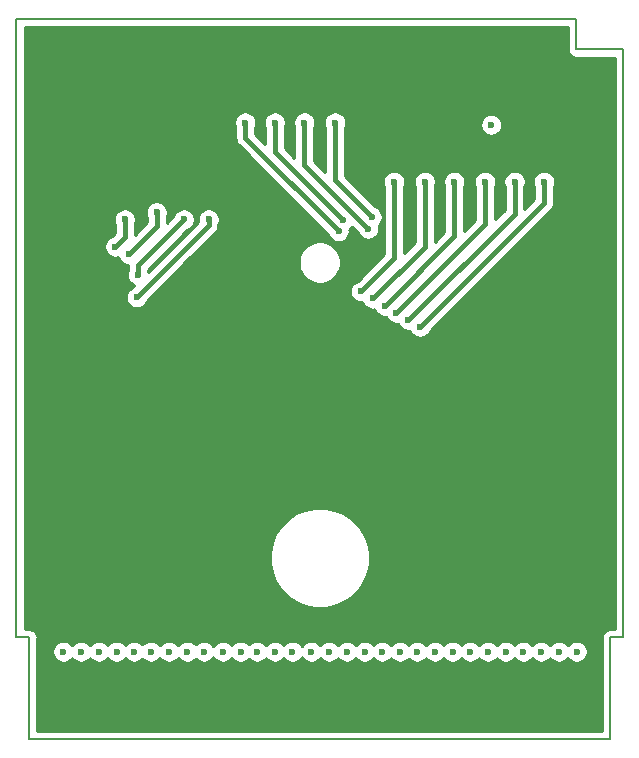
<source format=gbr>
G04 #@! TF.GenerationSoftware,KiCad,Pcbnew,5.1.6-c6e7f7d~86~ubuntu20.04.1*
G04 #@! TF.CreationDate,2020-05-17T16:09:24+03:00*
G04 #@! TF.ProjectId,GB-BRK-CART,47422d42-524b-42d4-9341-52542e6b6963,v4.0*
G04 #@! TF.SameCoordinates,Original*
G04 #@! TF.FileFunction,Copper,L2,Bot*
G04 #@! TF.FilePolarity,Positive*
%FSLAX46Y46*%
G04 Gerber Fmt 4.6, Leading zero omitted, Abs format (unit mm)*
G04 Created by KiCad (PCBNEW 5.1.6-c6e7f7d~86~ubuntu20.04.1) date 2020-05-17 16:09:24*
%MOMM*%
%LPD*%
G01*
G04 APERTURE LIST*
G04 #@! TA.AperFunction,Profile*
%ADD10C,0.150000*%
G04 #@! TD*
G04 #@! TA.AperFunction,ViaPad*
%ADD11C,0.600000*%
G04 #@! TD*
G04 #@! TA.AperFunction,ViaPad*
%ADD12C,1.000000*%
G04 #@! TD*
G04 #@! TA.AperFunction,Conductor*
%ADD13C,0.400000*%
G04 #@! TD*
G04 #@! TA.AperFunction,Conductor*
%ADD14C,0.254000*%
G04 #@! TD*
G04 APERTURE END LIST*
D10*
X121700000Y-39000000D02*
X121700000Y-41600000D01*
X74300000Y-39000000D02*
X121700000Y-39000000D01*
X125700000Y-41600000D02*
X121700000Y-41600000D01*
X74300000Y-91400000D02*
X74300000Y-39000000D01*
X75400000Y-91400000D02*
X74300000Y-91400000D01*
X75400000Y-100000000D02*
X75400000Y-91400000D01*
X125700000Y-91400000D02*
X125700000Y-41600000D01*
X124600000Y-91400000D02*
X125700000Y-91400000D01*
X124600000Y-100000000D02*
X124600000Y-91400000D01*
X75400000Y-100000000D02*
X124600000Y-100000000D01*
D11*
X123400000Y-92600000D03*
D12*
X123400000Y-90200000D03*
X123900000Y-84000000D03*
X120700000Y-68500000D03*
X120300000Y-78300000D03*
X123300000Y-74500000D03*
X123000000Y-63200000D03*
X120300000Y-59000000D03*
X123300000Y-54900000D03*
X122300000Y-48800000D03*
X120300000Y-86100000D03*
X77600000Y-40300000D03*
X100000000Y-40200000D03*
X120200000Y-42900000D03*
D11*
X84300000Y-92600000D03*
X78300000Y-92600000D03*
X82700000Y-58300000D03*
X83500000Y-56000000D03*
X85700000Y-92600000D03*
X87250000Y-92600000D03*
X88800000Y-92600000D03*
X90200000Y-92600000D03*
X101600000Y-57000000D03*
X93700000Y-47800000D03*
X108250000Y-92600000D03*
X91800000Y-92600000D03*
X102006139Y-56086186D03*
X96200000Y-47800000D03*
X109750000Y-92600000D03*
X93300000Y-92600000D03*
X104100000Y-56800000D03*
X98700000Y-47800000D03*
X111250000Y-92600000D03*
X94700000Y-92600000D03*
X104400000Y-55800000D03*
X101300000Y-47800000D03*
X112750000Y-92600000D03*
X96200000Y-92600000D03*
X114250000Y-92600000D03*
X97700000Y-92600000D03*
X115750000Y-92600000D03*
X103500000Y-62100000D03*
X106300000Y-52800000D03*
X99300000Y-92600000D03*
X117250000Y-92600000D03*
X104499994Y-62700000D03*
X108900000Y-52800000D03*
X100800000Y-92600000D03*
X118750000Y-92600000D03*
X105500000Y-63300000D03*
X111400000Y-52800000D03*
X102300000Y-92600000D03*
X106499994Y-63900000D03*
X114000000Y-52800000D03*
X103800000Y-92600000D03*
X121750000Y-92600000D03*
X107507115Y-64507115D03*
X116500000Y-52800000D03*
X105300000Y-92600000D03*
X108500000Y-65100000D03*
X119000000Y-52800000D03*
X106800000Y-92600000D03*
X114520000Y-48000000D03*
X120250000Y-92600000D03*
X90600000Y-56000000D03*
X82800000Y-92600000D03*
X84499996Y-62600000D03*
X88500000Y-56000000D03*
X81300000Y-92600000D03*
X84600000Y-60700000D03*
X79800000Y-92600000D03*
X83847602Y-58952398D03*
X86200000Y-55400000D03*
D13*
X83500000Y-57500000D02*
X82700000Y-58300000D01*
X83500000Y-56000000D02*
X83500000Y-57500000D01*
X93700000Y-47800000D02*
X93700000Y-49100000D01*
X93700000Y-49100000D02*
X101600000Y-57000000D01*
X96200000Y-47800000D02*
X96200000Y-50280047D01*
X96200000Y-50280047D02*
X102006139Y-56086186D01*
X98700000Y-51400000D02*
X104100000Y-56800000D01*
X98700000Y-47800000D02*
X98700000Y-51400000D01*
X101300000Y-52700000D02*
X104400000Y-55800000D01*
X101300000Y-47800000D02*
X101300000Y-52700000D01*
X106300000Y-52800000D02*
X106300000Y-59300000D01*
X106300000Y-59300000D02*
X103500000Y-62100000D01*
X108900000Y-52800000D02*
X108900000Y-58299994D01*
X108900000Y-58299994D02*
X104499994Y-62700000D01*
X111400000Y-52800000D02*
X111400000Y-57400000D01*
X111400000Y-57400000D02*
X105500000Y-63300000D01*
X114000000Y-56399994D02*
X106499994Y-63900000D01*
X114000000Y-52800000D02*
X114000000Y-56399994D01*
X116500000Y-55514230D02*
X107507115Y-64507115D01*
X116500000Y-52800000D02*
X116500000Y-55514230D01*
X108500000Y-65100000D02*
X119000000Y-54600000D01*
X119000000Y-54600000D02*
X119000000Y-52800000D01*
X90600000Y-56499996D02*
X90600000Y-56000000D01*
X84499996Y-62600000D02*
X90600000Y-56499996D01*
X84500000Y-62600000D02*
X84499996Y-62600000D01*
X84600000Y-59900000D02*
X88500000Y-56000000D01*
X84600000Y-60700000D02*
X84600000Y-59900000D01*
X83847602Y-58952398D02*
X86200000Y-56600000D01*
X86200000Y-56600000D02*
X86200000Y-55400000D01*
D14*
G36*
X120990001Y-41565113D02*
G01*
X120986565Y-41600000D01*
X121000273Y-41739184D01*
X121040872Y-41873020D01*
X121106800Y-41996363D01*
X121195525Y-42104475D01*
X121303637Y-42193200D01*
X121426980Y-42259128D01*
X121560816Y-42299727D01*
X121665123Y-42310000D01*
X121700000Y-42313435D01*
X121734877Y-42310000D01*
X124990001Y-42310000D01*
X124990000Y-90690000D01*
X124634877Y-90690000D01*
X124600000Y-90686565D01*
X124565123Y-90690000D01*
X124460816Y-90700273D01*
X124326980Y-90740872D01*
X124203637Y-90806800D01*
X124095525Y-90895525D01*
X124006800Y-91003637D01*
X123940872Y-91126980D01*
X123900273Y-91260816D01*
X123886565Y-91400000D01*
X123890001Y-91434887D01*
X123890000Y-99290000D01*
X76110000Y-99290000D01*
X76110000Y-92507911D01*
X77365000Y-92507911D01*
X77365000Y-92692089D01*
X77400932Y-92872729D01*
X77471414Y-93042889D01*
X77573738Y-93196028D01*
X77703972Y-93326262D01*
X77857111Y-93428586D01*
X78027271Y-93499068D01*
X78207911Y-93535000D01*
X78392089Y-93535000D01*
X78572729Y-93499068D01*
X78742889Y-93428586D01*
X78896028Y-93326262D01*
X79026262Y-93196028D01*
X79050000Y-93160502D01*
X79073738Y-93196028D01*
X79203972Y-93326262D01*
X79357111Y-93428586D01*
X79527271Y-93499068D01*
X79707911Y-93535000D01*
X79892089Y-93535000D01*
X80072729Y-93499068D01*
X80242889Y-93428586D01*
X80396028Y-93326262D01*
X80526262Y-93196028D01*
X80550000Y-93160502D01*
X80573738Y-93196028D01*
X80703972Y-93326262D01*
X80857111Y-93428586D01*
X81027271Y-93499068D01*
X81207911Y-93535000D01*
X81392089Y-93535000D01*
X81572729Y-93499068D01*
X81742889Y-93428586D01*
X81896028Y-93326262D01*
X82026262Y-93196028D01*
X82050000Y-93160502D01*
X82073738Y-93196028D01*
X82203972Y-93326262D01*
X82357111Y-93428586D01*
X82527271Y-93499068D01*
X82707911Y-93535000D01*
X82892089Y-93535000D01*
X83072729Y-93499068D01*
X83242889Y-93428586D01*
X83396028Y-93326262D01*
X83526262Y-93196028D01*
X83550000Y-93160502D01*
X83573738Y-93196028D01*
X83703972Y-93326262D01*
X83857111Y-93428586D01*
X84027271Y-93499068D01*
X84207911Y-93535000D01*
X84392089Y-93535000D01*
X84572729Y-93499068D01*
X84742889Y-93428586D01*
X84896028Y-93326262D01*
X85000000Y-93222290D01*
X85103972Y-93326262D01*
X85257111Y-93428586D01*
X85427271Y-93499068D01*
X85607911Y-93535000D01*
X85792089Y-93535000D01*
X85972729Y-93499068D01*
X86142889Y-93428586D01*
X86296028Y-93326262D01*
X86426262Y-93196028D01*
X86475000Y-93123086D01*
X86523738Y-93196028D01*
X86653972Y-93326262D01*
X86807111Y-93428586D01*
X86977271Y-93499068D01*
X87157911Y-93535000D01*
X87342089Y-93535000D01*
X87522729Y-93499068D01*
X87692889Y-93428586D01*
X87846028Y-93326262D01*
X87976262Y-93196028D01*
X88025000Y-93123086D01*
X88073738Y-93196028D01*
X88203972Y-93326262D01*
X88357111Y-93428586D01*
X88527271Y-93499068D01*
X88707911Y-93535000D01*
X88892089Y-93535000D01*
X89072729Y-93499068D01*
X89242889Y-93428586D01*
X89396028Y-93326262D01*
X89500000Y-93222290D01*
X89603972Y-93326262D01*
X89757111Y-93428586D01*
X89927271Y-93499068D01*
X90107911Y-93535000D01*
X90292089Y-93535000D01*
X90472729Y-93499068D01*
X90642889Y-93428586D01*
X90796028Y-93326262D01*
X90926262Y-93196028D01*
X91000000Y-93085671D01*
X91073738Y-93196028D01*
X91203972Y-93326262D01*
X91357111Y-93428586D01*
X91527271Y-93499068D01*
X91707911Y-93535000D01*
X91892089Y-93535000D01*
X92072729Y-93499068D01*
X92242889Y-93428586D01*
X92396028Y-93326262D01*
X92526262Y-93196028D01*
X92550000Y-93160502D01*
X92573738Y-93196028D01*
X92703972Y-93326262D01*
X92857111Y-93428586D01*
X93027271Y-93499068D01*
X93207911Y-93535000D01*
X93392089Y-93535000D01*
X93572729Y-93499068D01*
X93742889Y-93428586D01*
X93896028Y-93326262D01*
X94000000Y-93222290D01*
X94103972Y-93326262D01*
X94257111Y-93428586D01*
X94427271Y-93499068D01*
X94607911Y-93535000D01*
X94792089Y-93535000D01*
X94972729Y-93499068D01*
X95142889Y-93428586D01*
X95296028Y-93326262D01*
X95426262Y-93196028D01*
X95450000Y-93160502D01*
X95473738Y-93196028D01*
X95603972Y-93326262D01*
X95757111Y-93428586D01*
X95927271Y-93499068D01*
X96107911Y-93535000D01*
X96292089Y-93535000D01*
X96472729Y-93499068D01*
X96642889Y-93428586D01*
X96796028Y-93326262D01*
X96926262Y-93196028D01*
X96950000Y-93160502D01*
X96973738Y-93196028D01*
X97103972Y-93326262D01*
X97257111Y-93428586D01*
X97427271Y-93499068D01*
X97607911Y-93535000D01*
X97792089Y-93535000D01*
X97972729Y-93499068D01*
X98142889Y-93428586D01*
X98296028Y-93326262D01*
X98426262Y-93196028D01*
X98500000Y-93085671D01*
X98573738Y-93196028D01*
X98703972Y-93326262D01*
X98857111Y-93428586D01*
X99027271Y-93499068D01*
X99207911Y-93535000D01*
X99392089Y-93535000D01*
X99572729Y-93499068D01*
X99742889Y-93428586D01*
X99896028Y-93326262D01*
X100026262Y-93196028D01*
X100050000Y-93160502D01*
X100073738Y-93196028D01*
X100203972Y-93326262D01*
X100357111Y-93428586D01*
X100527271Y-93499068D01*
X100707911Y-93535000D01*
X100892089Y-93535000D01*
X101072729Y-93499068D01*
X101242889Y-93428586D01*
X101396028Y-93326262D01*
X101526262Y-93196028D01*
X101550000Y-93160502D01*
X101573738Y-93196028D01*
X101703972Y-93326262D01*
X101857111Y-93428586D01*
X102027271Y-93499068D01*
X102207911Y-93535000D01*
X102392089Y-93535000D01*
X102572729Y-93499068D01*
X102742889Y-93428586D01*
X102896028Y-93326262D01*
X103026262Y-93196028D01*
X103050000Y-93160502D01*
X103073738Y-93196028D01*
X103203972Y-93326262D01*
X103357111Y-93428586D01*
X103527271Y-93499068D01*
X103707911Y-93535000D01*
X103892089Y-93535000D01*
X104072729Y-93499068D01*
X104242889Y-93428586D01*
X104396028Y-93326262D01*
X104526262Y-93196028D01*
X104550000Y-93160502D01*
X104573738Y-93196028D01*
X104703972Y-93326262D01*
X104857111Y-93428586D01*
X105027271Y-93499068D01*
X105207911Y-93535000D01*
X105392089Y-93535000D01*
X105572729Y-93499068D01*
X105742889Y-93428586D01*
X105896028Y-93326262D01*
X106026262Y-93196028D01*
X106050000Y-93160502D01*
X106073738Y-93196028D01*
X106203972Y-93326262D01*
X106357111Y-93428586D01*
X106527271Y-93499068D01*
X106707911Y-93535000D01*
X106892089Y-93535000D01*
X107072729Y-93499068D01*
X107242889Y-93428586D01*
X107396028Y-93326262D01*
X107525000Y-93197290D01*
X107653972Y-93326262D01*
X107807111Y-93428586D01*
X107977271Y-93499068D01*
X108157911Y-93535000D01*
X108342089Y-93535000D01*
X108522729Y-93499068D01*
X108692889Y-93428586D01*
X108846028Y-93326262D01*
X108976262Y-93196028D01*
X109000000Y-93160502D01*
X109023738Y-93196028D01*
X109153972Y-93326262D01*
X109307111Y-93428586D01*
X109477271Y-93499068D01*
X109657911Y-93535000D01*
X109842089Y-93535000D01*
X110022729Y-93499068D01*
X110192889Y-93428586D01*
X110346028Y-93326262D01*
X110476262Y-93196028D01*
X110500000Y-93160502D01*
X110523738Y-93196028D01*
X110653972Y-93326262D01*
X110807111Y-93428586D01*
X110977271Y-93499068D01*
X111157911Y-93535000D01*
X111342089Y-93535000D01*
X111522729Y-93499068D01*
X111692889Y-93428586D01*
X111846028Y-93326262D01*
X111976262Y-93196028D01*
X112000000Y-93160502D01*
X112023738Y-93196028D01*
X112153972Y-93326262D01*
X112307111Y-93428586D01*
X112477271Y-93499068D01*
X112657911Y-93535000D01*
X112842089Y-93535000D01*
X113022729Y-93499068D01*
X113192889Y-93428586D01*
X113346028Y-93326262D01*
X113476262Y-93196028D01*
X113500000Y-93160502D01*
X113523738Y-93196028D01*
X113653972Y-93326262D01*
X113807111Y-93428586D01*
X113977271Y-93499068D01*
X114157911Y-93535000D01*
X114342089Y-93535000D01*
X114522729Y-93499068D01*
X114692889Y-93428586D01*
X114846028Y-93326262D01*
X114976262Y-93196028D01*
X115000000Y-93160502D01*
X115023738Y-93196028D01*
X115153972Y-93326262D01*
X115307111Y-93428586D01*
X115477271Y-93499068D01*
X115657911Y-93535000D01*
X115842089Y-93535000D01*
X116022729Y-93499068D01*
X116192889Y-93428586D01*
X116346028Y-93326262D01*
X116476262Y-93196028D01*
X116500000Y-93160502D01*
X116523738Y-93196028D01*
X116653972Y-93326262D01*
X116807111Y-93428586D01*
X116977271Y-93499068D01*
X117157911Y-93535000D01*
X117342089Y-93535000D01*
X117522729Y-93499068D01*
X117692889Y-93428586D01*
X117846028Y-93326262D01*
X117976262Y-93196028D01*
X118000000Y-93160502D01*
X118023738Y-93196028D01*
X118153972Y-93326262D01*
X118307111Y-93428586D01*
X118477271Y-93499068D01*
X118657911Y-93535000D01*
X118842089Y-93535000D01*
X119022729Y-93499068D01*
X119192889Y-93428586D01*
X119346028Y-93326262D01*
X119476262Y-93196028D01*
X119500000Y-93160502D01*
X119523738Y-93196028D01*
X119653972Y-93326262D01*
X119807111Y-93428586D01*
X119977271Y-93499068D01*
X120157911Y-93535000D01*
X120342089Y-93535000D01*
X120522729Y-93499068D01*
X120692889Y-93428586D01*
X120846028Y-93326262D01*
X120976262Y-93196028D01*
X121000000Y-93160502D01*
X121023738Y-93196028D01*
X121153972Y-93326262D01*
X121307111Y-93428586D01*
X121477271Y-93499068D01*
X121657911Y-93535000D01*
X121842089Y-93535000D01*
X122022729Y-93499068D01*
X122192889Y-93428586D01*
X122346028Y-93326262D01*
X122476262Y-93196028D01*
X122578586Y-93042889D01*
X122649068Y-92872729D01*
X122685000Y-92692089D01*
X122685000Y-92507911D01*
X122649068Y-92327271D01*
X122578586Y-92157111D01*
X122476262Y-92003972D01*
X122346028Y-91873738D01*
X122192889Y-91771414D01*
X122022729Y-91700932D01*
X121842089Y-91665000D01*
X121657911Y-91665000D01*
X121477271Y-91700932D01*
X121307111Y-91771414D01*
X121153972Y-91873738D01*
X121023738Y-92003972D01*
X121000000Y-92039498D01*
X120976262Y-92003972D01*
X120846028Y-91873738D01*
X120692889Y-91771414D01*
X120522729Y-91700932D01*
X120342089Y-91665000D01*
X120157911Y-91665000D01*
X119977271Y-91700932D01*
X119807111Y-91771414D01*
X119653972Y-91873738D01*
X119523738Y-92003972D01*
X119500000Y-92039498D01*
X119476262Y-92003972D01*
X119346028Y-91873738D01*
X119192889Y-91771414D01*
X119022729Y-91700932D01*
X118842089Y-91665000D01*
X118657911Y-91665000D01*
X118477271Y-91700932D01*
X118307111Y-91771414D01*
X118153972Y-91873738D01*
X118023738Y-92003972D01*
X118000000Y-92039498D01*
X117976262Y-92003972D01*
X117846028Y-91873738D01*
X117692889Y-91771414D01*
X117522729Y-91700932D01*
X117342089Y-91665000D01*
X117157911Y-91665000D01*
X116977271Y-91700932D01*
X116807111Y-91771414D01*
X116653972Y-91873738D01*
X116523738Y-92003972D01*
X116500000Y-92039498D01*
X116476262Y-92003972D01*
X116346028Y-91873738D01*
X116192889Y-91771414D01*
X116022729Y-91700932D01*
X115842089Y-91665000D01*
X115657911Y-91665000D01*
X115477271Y-91700932D01*
X115307111Y-91771414D01*
X115153972Y-91873738D01*
X115023738Y-92003972D01*
X115000000Y-92039498D01*
X114976262Y-92003972D01*
X114846028Y-91873738D01*
X114692889Y-91771414D01*
X114522729Y-91700932D01*
X114342089Y-91665000D01*
X114157911Y-91665000D01*
X113977271Y-91700932D01*
X113807111Y-91771414D01*
X113653972Y-91873738D01*
X113523738Y-92003972D01*
X113500000Y-92039498D01*
X113476262Y-92003972D01*
X113346028Y-91873738D01*
X113192889Y-91771414D01*
X113022729Y-91700932D01*
X112842089Y-91665000D01*
X112657911Y-91665000D01*
X112477271Y-91700932D01*
X112307111Y-91771414D01*
X112153972Y-91873738D01*
X112023738Y-92003972D01*
X112000000Y-92039498D01*
X111976262Y-92003972D01*
X111846028Y-91873738D01*
X111692889Y-91771414D01*
X111522729Y-91700932D01*
X111342089Y-91665000D01*
X111157911Y-91665000D01*
X110977271Y-91700932D01*
X110807111Y-91771414D01*
X110653972Y-91873738D01*
X110523738Y-92003972D01*
X110500000Y-92039498D01*
X110476262Y-92003972D01*
X110346028Y-91873738D01*
X110192889Y-91771414D01*
X110022729Y-91700932D01*
X109842089Y-91665000D01*
X109657911Y-91665000D01*
X109477271Y-91700932D01*
X109307111Y-91771414D01*
X109153972Y-91873738D01*
X109023738Y-92003972D01*
X109000000Y-92039498D01*
X108976262Y-92003972D01*
X108846028Y-91873738D01*
X108692889Y-91771414D01*
X108522729Y-91700932D01*
X108342089Y-91665000D01*
X108157911Y-91665000D01*
X107977271Y-91700932D01*
X107807111Y-91771414D01*
X107653972Y-91873738D01*
X107525000Y-92002710D01*
X107396028Y-91873738D01*
X107242889Y-91771414D01*
X107072729Y-91700932D01*
X106892089Y-91665000D01*
X106707911Y-91665000D01*
X106527271Y-91700932D01*
X106357111Y-91771414D01*
X106203972Y-91873738D01*
X106073738Y-92003972D01*
X106050000Y-92039498D01*
X106026262Y-92003972D01*
X105896028Y-91873738D01*
X105742889Y-91771414D01*
X105572729Y-91700932D01*
X105392089Y-91665000D01*
X105207911Y-91665000D01*
X105027271Y-91700932D01*
X104857111Y-91771414D01*
X104703972Y-91873738D01*
X104573738Y-92003972D01*
X104550000Y-92039498D01*
X104526262Y-92003972D01*
X104396028Y-91873738D01*
X104242889Y-91771414D01*
X104072729Y-91700932D01*
X103892089Y-91665000D01*
X103707911Y-91665000D01*
X103527271Y-91700932D01*
X103357111Y-91771414D01*
X103203972Y-91873738D01*
X103073738Y-92003972D01*
X103050000Y-92039498D01*
X103026262Y-92003972D01*
X102896028Y-91873738D01*
X102742889Y-91771414D01*
X102572729Y-91700932D01*
X102392089Y-91665000D01*
X102207911Y-91665000D01*
X102027271Y-91700932D01*
X101857111Y-91771414D01*
X101703972Y-91873738D01*
X101573738Y-92003972D01*
X101550000Y-92039498D01*
X101526262Y-92003972D01*
X101396028Y-91873738D01*
X101242889Y-91771414D01*
X101072729Y-91700932D01*
X100892089Y-91665000D01*
X100707911Y-91665000D01*
X100527271Y-91700932D01*
X100357111Y-91771414D01*
X100203972Y-91873738D01*
X100073738Y-92003972D01*
X100050000Y-92039498D01*
X100026262Y-92003972D01*
X99896028Y-91873738D01*
X99742889Y-91771414D01*
X99572729Y-91700932D01*
X99392089Y-91665000D01*
X99207911Y-91665000D01*
X99027271Y-91700932D01*
X98857111Y-91771414D01*
X98703972Y-91873738D01*
X98573738Y-92003972D01*
X98500000Y-92114329D01*
X98426262Y-92003972D01*
X98296028Y-91873738D01*
X98142889Y-91771414D01*
X97972729Y-91700932D01*
X97792089Y-91665000D01*
X97607911Y-91665000D01*
X97427271Y-91700932D01*
X97257111Y-91771414D01*
X97103972Y-91873738D01*
X96973738Y-92003972D01*
X96950000Y-92039498D01*
X96926262Y-92003972D01*
X96796028Y-91873738D01*
X96642889Y-91771414D01*
X96472729Y-91700932D01*
X96292089Y-91665000D01*
X96107911Y-91665000D01*
X95927271Y-91700932D01*
X95757111Y-91771414D01*
X95603972Y-91873738D01*
X95473738Y-92003972D01*
X95450000Y-92039498D01*
X95426262Y-92003972D01*
X95296028Y-91873738D01*
X95142889Y-91771414D01*
X94972729Y-91700932D01*
X94792089Y-91665000D01*
X94607911Y-91665000D01*
X94427271Y-91700932D01*
X94257111Y-91771414D01*
X94103972Y-91873738D01*
X94000000Y-91977710D01*
X93896028Y-91873738D01*
X93742889Y-91771414D01*
X93572729Y-91700932D01*
X93392089Y-91665000D01*
X93207911Y-91665000D01*
X93027271Y-91700932D01*
X92857111Y-91771414D01*
X92703972Y-91873738D01*
X92573738Y-92003972D01*
X92550000Y-92039498D01*
X92526262Y-92003972D01*
X92396028Y-91873738D01*
X92242889Y-91771414D01*
X92072729Y-91700932D01*
X91892089Y-91665000D01*
X91707911Y-91665000D01*
X91527271Y-91700932D01*
X91357111Y-91771414D01*
X91203972Y-91873738D01*
X91073738Y-92003972D01*
X91000000Y-92114329D01*
X90926262Y-92003972D01*
X90796028Y-91873738D01*
X90642889Y-91771414D01*
X90472729Y-91700932D01*
X90292089Y-91665000D01*
X90107911Y-91665000D01*
X89927271Y-91700932D01*
X89757111Y-91771414D01*
X89603972Y-91873738D01*
X89500000Y-91977710D01*
X89396028Y-91873738D01*
X89242889Y-91771414D01*
X89072729Y-91700932D01*
X88892089Y-91665000D01*
X88707911Y-91665000D01*
X88527271Y-91700932D01*
X88357111Y-91771414D01*
X88203972Y-91873738D01*
X88073738Y-92003972D01*
X88025000Y-92076914D01*
X87976262Y-92003972D01*
X87846028Y-91873738D01*
X87692889Y-91771414D01*
X87522729Y-91700932D01*
X87342089Y-91665000D01*
X87157911Y-91665000D01*
X86977271Y-91700932D01*
X86807111Y-91771414D01*
X86653972Y-91873738D01*
X86523738Y-92003972D01*
X86475000Y-92076914D01*
X86426262Y-92003972D01*
X86296028Y-91873738D01*
X86142889Y-91771414D01*
X85972729Y-91700932D01*
X85792089Y-91665000D01*
X85607911Y-91665000D01*
X85427271Y-91700932D01*
X85257111Y-91771414D01*
X85103972Y-91873738D01*
X85000000Y-91977710D01*
X84896028Y-91873738D01*
X84742889Y-91771414D01*
X84572729Y-91700932D01*
X84392089Y-91665000D01*
X84207911Y-91665000D01*
X84027271Y-91700932D01*
X83857111Y-91771414D01*
X83703972Y-91873738D01*
X83573738Y-92003972D01*
X83550000Y-92039498D01*
X83526262Y-92003972D01*
X83396028Y-91873738D01*
X83242889Y-91771414D01*
X83072729Y-91700932D01*
X82892089Y-91665000D01*
X82707911Y-91665000D01*
X82527271Y-91700932D01*
X82357111Y-91771414D01*
X82203972Y-91873738D01*
X82073738Y-92003972D01*
X82050000Y-92039498D01*
X82026262Y-92003972D01*
X81896028Y-91873738D01*
X81742889Y-91771414D01*
X81572729Y-91700932D01*
X81392089Y-91665000D01*
X81207911Y-91665000D01*
X81027271Y-91700932D01*
X80857111Y-91771414D01*
X80703972Y-91873738D01*
X80573738Y-92003972D01*
X80550000Y-92039498D01*
X80526262Y-92003972D01*
X80396028Y-91873738D01*
X80242889Y-91771414D01*
X80072729Y-91700932D01*
X79892089Y-91665000D01*
X79707911Y-91665000D01*
X79527271Y-91700932D01*
X79357111Y-91771414D01*
X79203972Y-91873738D01*
X79073738Y-92003972D01*
X79050000Y-92039498D01*
X79026262Y-92003972D01*
X78896028Y-91873738D01*
X78742889Y-91771414D01*
X78572729Y-91700932D01*
X78392089Y-91665000D01*
X78207911Y-91665000D01*
X78027271Y-91700932D01*
X77857111Y-91771414D01*
X77703972Y-91873738D01*
X77573738Y-92003972D01*
X77471414Y-92157111D01*
X77400932Y-92327271D01*
X77365000Y-92507911D01*
X76110000Y-92507911D01*
X76110000Y-91434876D01*
X76113435Y-91400000D01*
X76099727Y-91260816D01*
X76059128Y-91126980D01*
X75993200Y-91003637D01*
X75904475Y-90895525D01*
X75796363Y-90806800D01*
X75673020Y-90740872D01*
X75539184Y-90700273D01*
X75434877Y-90690000D01*
X75400000Y-90686565D01*
X75365123Y-90690000D01*
X75010000Y-90690000D01*
X75010000Y-84232889D01*
X95765000Y-84232889D01*
X95765000Y-85067111D01*
X95927749Y-85885304D01*
X96246992Y-86656025D01*
X96710461Y-87349655D01*
X97300345Y-87939539D01*
X97993975Y-88403008D01*
X98764696Y-88722251D01*
X99582889Y-88885000D01*
X100417111Y-88885000D01*
X101235304Y-88722251D01*
X102006025Y-88403008D01*
X102699655Y-87939539D01*
X103289539Y-87349655D01*
X103753008Y-86656025D01*
X104072251Y-85885304D01*
X104235000Y-85067111D01*
X104235000Y-84232889D01*
X104072251Y-83414696D01*
X103753008Y-82643975D01*
X103289539Y-81950345D01*
X102699655Y-81360461D01*
X102006025Y-80896992D01*
X101235304Y-80577749D01*
X100417111Y-80415000D01*
X99582889Y-80415000D01*
X98764696Y-80577749D01*
X97993975Y-80896992D01*
X97300345Y-81360461D01*
X96710461Y-81950345D01*
X96246992Y-82643975D01*
X95927749Y-83414696D01*
X95765000Y-84232889D01*
X75010000Y-84232889D01*
X75010000Y-58207911D01*
X81765000Y-58207911D01*
X81765000Y-58392089D01*
X81800932Y-58572729D01*
X81871414Y-58742889D01*
X81973738Y-58896028D01*
X82103972Y-59026262D01*
X82257111Y-59128586D01*
X82427271Y-59199068D01*
X82607911Y-59235000D01*
X82792089Y-59235000D01*
X82944469Y-59204689D01*
X82948534Y-59225127D01*
X83019016Y-59395287D01*
X83121340Y-59548426D01*
X83251574Y-59678660D01*
X83404713Y-59780984D01*
X83574873Y-59851466D01*
X83755513Y-59887398D01*
X83762201Y-59887398D01*
X83760960Y-59900000D01*
X83765000Y-59941018D01*
X83765000Y-60272596D01*
X83700932Y-60427271D01*
X83665000Y-60607911D01*
X83665000Y-60792089D01*
X83700932Y-60972729D01*
X83771414Y-61142889D01*
X83873738Y-61296028D01*
X84003972Y-61426262D01*
X84157111Y-61528586D01*
X84322173Y-61596956D01*
X84211784Y-61707345D01*
X84057107Y-61771414D01*
X83903968Y-61873738D01*
X83773734Y-62003972D01*
X83671410Y-62157111D01*
X83600928Y-62327271D01*
X83564996Y-62507911D01*
X83564996Y-62692089D01*
X83600928Y-62872729D01*
X83671410Y-63042889D01*
X83773734Y-63196028D01*
X83903968Y-63326262D01*
X84057107Y-63428586D01*
X84227267Y-63499068D01*
X84407907Y-63535000D01*
X84592085Y-63535000D01*
X84772725Y-63499068D01*
X84942885Y-63428586D01*
X85096024Y-63326262D01*
X85226258Y-63196028D01*
X85328582Y-63042889D01*
X85392651Y-62888212D01*
X86272952Y-62007911D01*
X102565000Y-62007911D01*
X102565000Y-62192089D01*
X102600932Y-62372729D01*
X102671414Y-62542889D01*
X102773738Y-62696028D01*
X102903972Y-62826262D01*
X103057111Y-62928586D01*
X103227271Y-62999068D01*
X103407911Y-63035000D01*
X103592089Y-63035000D01*
X103624083Y-63028636D01*
X103671408Y-63142889D01*
X103773732Y-63296028D01*
X103903966Y-63426262D01*
X104057105Y-63528586D01*
X104227265Y-63599068D01*
X104407905Y-63635000D01*
X104592083Y-63635000D01*
X104624088Y-63628634D01*
X104671414Y-63742889D01*
X104773738Y-63896028D01*
X104903972Y-64026262D01*
X105057111Y-64128586D01*
X105227271Y-64199068D01*
X105407911Y-64235000D01*
X105592089Y-64235000D01*
X105624083Y-64228636D01*
X105671408Y-64342889D01*
X105773732Y-64496028D01*
X105903966Y-64626262D01*
X106057105Y-64728586D01*
X106227265Y-64799068D01*
X106407905Y-64835000D01*
X106592083Y-64835000D01*
X106627939Y-64827868D01*
X106678529Y-64950004D01*
X106780853Y-65103143D01*
X106911087Y-65233377D01*
X107064226Y-65335701D01*
X107234386Y-65406183D01*
X107415026Y-65442115D01*
X107599204Y-65442115D01*
X107627353Y-65436516D01*
X107671414Y-65542889D01*
X107773738Y-65696028D01*
X107903972Y-65826262D01*
X108057111Y-65928586D01*
X108227271Y-65999068D01*
X108407911Y-66035000D01*
X108592089Y-66035000D01*
X108772729Y-65999068D01*
X108942889Y-65928586D01*
X109096028Y-65826262D01*
X109226262Y-65696028D01*
X109328586Y-65542889D01*
X109392655Y-65388212D01*
X119561428Y-55219440D01*
X119593291Y-55193291D01*
X119697636Y-55066146D01*
X119775172Y-54921087D01*
X119822918Y-54763689D01*
X119835000Y-54641019D01*
X119835000Y-54641009D01*
X119839039Y-54600001D01*
X119835000Y-54558993D01*
X119835000Y-53227404D01*
X119899068Y-53072729D01*
X119935000Y-52892089D01*
X119935000Y-52707911D01*
X119899068Y-52527271D01*
X119828586Y-52357111D01*
X119726262Y-52203972D01*
X119596028Y-52073738D01*
X119442889Y-51971414D01*
X119272729Y-51900932D01*
X119092089Y-51865000D01*
X118907911Y-51865000D01*
X118727271Y-51900932D01*
X118557111Y-51971414D01*
X118403972Y-52073738D01*
X118273738Y-52203972D01*
X118171414Y-52357111D01*
X118100932Y-52527271D01*
X118065000Y-52707911D01*
X118065000Y-52892089D01*
X118100932Y-53072729D01*
X118165001Y-53227406D01*
X118165000Y-54254132D01*
X117335000Y-55084132D01*
X117335000Y-53227404D01*
X117399068Y-53072729D01*
X117435000Y-52892089D01*
X117435000Y-52707911D01*
X117399068Y-52527271D01*
X117328586Y-52357111D01*
X117226262Y-52203972D01*
X117096028Y-52073738D01*
X116942889Y-51971414D01*
X116772729Y-51900932D01*
X116592089Y-51865000D01*
X116407911Y-51865000D01*
X116227271Y-51900932D01*
X116057111Y-51971414D01*
X115903972Y-52073738D01*
X115773738Y-52203972D01*
X115671414Y-52357111D01*
X115600932Y-52527271D01*
X115565000Y-52707911D01*
X115565000Y-52892089D01*
X115600932Y-53072729D01*
X115665000Y-53227405D01*
X115665001Y-55168360D01*
X114835000Y-55998361D01*
X114835000Y-53227404D01*
X114899068Y-53072729D01*
X114935000Y-52892089D01*
X114935000Y-52707911D01*
X114899068Y-52527271D01*
X114828586Y-52357111D01*
X114726262Y-52203972D01*
X114596028Y-52073738D01*
X114442889Y-51971414D01*
X114272729Y-51900932D01*
X114092089Y-51865000D01*
X113907911Y-51865000D01*
X113727271Y-51900932D01*
X113557111Y-51971414D01*
X113403972Y-52073738D01*
X113273738Y-52203972D01*
X113171414Y-52357111D01*
X113100932Y-52527271D01*
X113065000Y-52707911D01*
X113065000Y-52892089D01*
X113100932Y-53072729D01*
X113165000Y-53227404D01*
X113165001Y-56054125D01*
X112235000Y-56984126D01*
X112235000Y-53227404D01*
X112299068Y-53072729D01*
X112335000Y-52892089D01*
X112335000Y-52707911D01*
X112299068Y-52527271D01*
X112228586Y-52357111D01*
X112126262Y-52203972D01*
X111996028Y-52073738D01*
X111842889Y-51971414D01*
X111672729Y-51900932D01*
X111492089Y-51865000D01*
X111307911Y-51865000D01*
X111127271Y-51900932D01*
X110957111Y-51971414D01*
X110803972Y-52073738D01*
X110673738Y-52203972D01*
X110571414Y-52357111D01*
X110500932Y-52527271D01*
X110465000Y-52707911D01*
X110465000Y-52892089D01*
X110500932Y-53072729D01*
X110565000Y-53227404D01*
X110565001Y-57054131D01*
X109735000Y-57884132D01*
X109735000Y-53227404D01*
X109799068Y-53072729D01*
X109835000Y-52892089D01*
X109835000Y-52707911D01*
X109799068Y-52527271D01*
X109728586Y-52357111D01*
X109626262Y-52203972D01*
X109496028Y-52073738D01*
X109342889Y-51971414D01*
X109172729Y-51900932D01*
X108992089Y-51865000D01*
X108807911Y-51865000D01*
X108627271Y-51900932D01*
X108457111Y-51971414D01*
X108303972Y-52073738D01*
X108173738Y-52203972D01*
X108071414Y-52357111D01*
X108000932Y-52527271D01*
X107965000Y-52707911D01*
X107965000Y-52892089D01*
X108000932Y-53072729D01*
X108065000Y-53227404D01*
X108065001Y-57954125D01*
X107135000Y-58884126D01*
X107135000Y-53227404D01*
X107199068Y-53072729D01*
X107235000Y-52892089D01*
X107235000Y-52707911D01*
X107199068Y-52527271D01*
X107128586Y-52357111D01*
X107026262Y-52203972D01*
X106896028Y-52073738D01*
X106742889Y-51971414D01*
X106572729Y-51900932D01*
X106392089Y-51865000D01*
X106207911Y-51865000D01*
X106027271Y-51900932D01*
X105857111Y-51971414D01*
X105703972Y-52073738D01*
X105573738Y-52203972D01*
X105471414Y-52357111D01*
X105400932Y-52527271D01*
X105365000Y-52707911D01*
X105365000Y-52892089D01*
X105400932Y-53072729D01*
X105465000Y-53227404D01*
X105465001Y-58954131D01*
X103211787Y-61207345D01*
X103057111Y-61271414D01*
X102903972Y-61373738D01*
X102773738Y-61503972D01*
X102671414Y-61657111D01*
X102600932Y-61827271D01*
X102565000Y-62007911D01*
X86272952Y-62007911D01*
X88806670Y-59474193D01*
X98215000Y-59474193D01*
X98215000Y-59825807D01*
X98283596Y-60170665D01*
X98418153Y-60495515D01*
X98613500Y-60787871D01*
X98862129Y-61036500D01*
X99154485Y-61231847D01*
X99479335Y-61366404D01*
X99824193Y-61435000D01*
X100175807Y-61435000D01*
X100520665Y-61366404D01*
X100845515Y-61231847D01*
X101137871Y-61036500D01*
X101386500Y-60787871D01*
X101581847Y-60495515D01*
X101716404Y-60170665D01*
X101785000Y-59825807D01*
X101785000Y-59474193D01*
X101716404Y-59129335D01*
X101581847Y-58804485D01*
X101386500Y-58512129D01*
X101137871Y-58263500D01*
X100845515Y-58068153D01*
X100520665Y-57933596D01*
X100175807Y-57865000D01*
X99824193Y-57865000D01*
X99479335Y-57933596D01*
X99154485Y-58068153D01*
X98862129Y-58263500D01*
X98613500Y-58512129D01*
X98418153Y-58804485D01*
X98283596Y-59129335D01*
X98215000Y-59474193D01*
X88806670Y-59474193D01*
X91161428Y-57119436D01*
X91193291Y-57093287D01*
X91297636Y-56966142D01*
X91375172Y-56821083D01*
X91422918Y-56663685D01*
X91435000Y-56541015D01*
X91435000Y-56541005D01*
X91439039Y-56499997D01*
X91435000Y-56458989D01*
X91435000Y-56427404D01*
X91499068Y-56272729D01*
X91535000Y-56092089D01*
X91535000Y-55907911D01*
X91499068Y-55727271D01*
X91428586Y-55557111D01*
X91326262Y-55403972D01*
X91196028Y-55273738D01*
X91042889Y-55171414D01*
X90872729Y-55100932D01*
X90692089Y-55065000D01*
X90507911Y-55065000D01*
X90327271Y-55100932D01*
X90157111Y-55171414D01*
X90003972Y-55273738D01*
X89873738Y-55403972D01*
X89771414Y-55557111D01*
X89700932Y-55727271D01*
X89665000Y-55907911D01*
X89665000Y-56092089D01*
X89691884Y-56227244D01*
X85496956Y-60422173D01*
X85435000Y-60272596D01*
X85435000Y-60245867D01*
X88788215Y-56892653D01*
X88942889Y-56828586D01*
X89096028Y-56726262D01*
X89226262Y-56596028D01*
X89328586Y-56442889D01*
X89399068Y-56272729D01*
X89435000Y-56092089D01*
X89435000Y-55907911D01*
X89399068Y-55727271D01*
X89328586Y-55557111D01*
X89226262Y-55403972D01*
X89096028Y-55273738D01*
X88942889Y-55171414D01*
X88772729Y-55100932D01*
X88592089Y-55065000D01*
X88407911Y-55065000D01*
X88227271Y-55100932D01*
X88057111Y-55171414D01*
X87903972Y-55273738D01*
X87773738Y-55403972D01*
X87671414Y-55557111D01*
X87607347Y-55711785D01*
X87035000Y-56284131D01*
X87035000Y-55827404D01*
X87099068Y-55672729D01*
X87135000Y-55492089D01*
X87135000Y-55307911D01*
X87099068Y-55127271D01*
X87028586Y-54957111D01*
X86926262Y-54803972D01*
X86796028Y-54673738D01*
X86642889Y-54571414D01*
X86472729Y-54500932D01*
X86292089Y-54465000D01*
X86107911Y-54465000D01*
X85927271Y-54500932D01*
X85757111Y-54571414D01*
X85603972Y-54673738D01*
X85473738Y-54803972D01*
X85371414Y-54957111D01*
X85300932Y-55127271D01*
X85265000Y-55307911D01*
X85265000Y-55492089D01*
X85300932Y-55672729D01*
X85365001Y-55827406D01*
X85365000Y-56254132D01*
X84335000Y-57284133D01*
X84335000Y-56427404D01*
X84399068Y-56272729D01*
X84435000Y-56092089D01*
X84435000Y-55907911D01*
X84399068Y-55727271D01*
X84328586Y-55557111D01*
X84226262Y-55403972D01*
X84096028Y-55273738D01*
X83942889Y-55171414D01*
X83772729Y-55100932D01*
X83592089Y-55065000D01*
X83407911Y-55065000D01*
X83227271Y-55100932D01*
X83057111Y-55171414D01*
X82903972Y-55273738D01*
X82773738Y-55403972D01*
X82671414Y-55557111D01*
X82600932Y-55727271D01*
X82565000Y-55907911D01*
X82565000Y-56092089D01*
X82600932Y-56272729D01*
X82665000Y-56427405D01*
X82665001Y-57154131D01*
X82411786Y-57407346D01*
X82257111Y-57471414D01*
X82103972Y-57573738D01*
X81973738Y-57703972D01*
X81871414Y-57857111D01*
X81800932Y-58027271D01*
X81765000Y-58207911D01*
X75010000Y-58207911D01*
X75010000Y-47707911D01*
X92765000Y-47707911D01*
X92765000Y-47892089D01*
X92800932Y-48072729D01*
X92865000Y-48227405D01*
X92865001Y-49058972D01*
X92860960Y-49100000D01*
X92877082Y-49263688D01*
X92924828Y-49421086D01*
X93002364Y-49566145D01*
X93002365Y-49566146D01*
X93106710Y-49693291D01*
X93138574Y-49719441D01*
X100707346Y-57288214D01*
X100771414Y-57442889D01*
X100873738Y-57596028D01*
X101003972Y-57726262D01*
X101157111Y-57828586D01*
X101327271Y-57899068D01*
X101507911Y-57935000D01*
X101692089Y-57935000D01*
X101872729Y-57899068D01*
X102042889Y-57828586D01*
X102196028Y-57726262D01*
X102326262Y-57596028D01*
X102428586Y-57442889D01*
X102499068Y-57272729D01*
X102535000Y-57092089D01*
X102535000Y-56907911D01*
X102526119Y-56863262D01*
X102602167Y-56812448D01*
X102732401Y-56682214D01*
X102760017Y-56640884D01*
X103207346Y-57088214D01*
X103271414Y-57242889D01*
X103373738Y-57396028D01*
X103503972Y-57526262D01*
X103657111Y-57628586D01*
X103827271Y-57699068D01*
X104007911Y-57735000D01*
X104192089Y-57735000D01*
X104372729Y-57699068D01*
X104542889Y-57628586D01*
X104696028Y-57526262D01*
X104826262Y-57396028D01*
X104928586Y-57242889D01*
X104999068Y-57072729D01*
X105035000Y-56892089D01*
X105035000Y-56707911D01*
X104999068Y-56527271D01*
X104997882Y-56524408D01*
X105126262Y-56396028D01*
X105228586Y-56242889D01*
X105299068Y-56072729D01*
X105335000Y-55892089D01*
X105335000Y-55707911D01*
X105299068Y-55527271D01*
X105228586Y-55357111D01*
X105126262Y-55203972D01*
X104996028Y-55073738D01*
X104842889Y-54971414D01*
X104688214Y-54907346D01*
X102135000Y-52354133D01*
X102135000Y-48227404D01*
X102199068Y-48072729D01*
X102231852Y-47907911D01*
X113585000Y-47907911D01*
X113585000Y-48092089D01*
X113620932Y-48272729D01*
X113691414Y-48442889D01*
X113793738Y-48596028D01*
X113923972Y-48726262D01*
X114077111Y-48828586D01*
X114247271Y-48899068D01*
X114427911Y-48935000D01*
X114612089Y-48935000D01*
X114792729Y-48899068D01*
X114962889Y-48828586D01*
X115116028Y-48726262D01*
X115246262Y-48596028D01*
X115348586Y-48442889D01*
X115419068Y-48272729D01*
X115455000Y-48092089D01*
X115455000Y-47907911D01*
X115419068Y-47727271D01*
X115348586Y-47557111D01*
X115246262Y-47403972D01*
X115116028Y-47273738D01*
X114962889Y-47171414D01*
X114792729Y-47100932D01*
X114612089Y-47065000D01*
X114427911Y-47065000D01*
X114247271Y-47100932D01*
X114077111Y-47171414D01*
X113923972Y-47273738D01*
X113793738Y-47403972D01*
X113691414Y-47557111D01*
X113620932Y-47727271D01*
X113585000Y-47907911D01*
X102231852Y-47907911D01*
X102235000Y-47892089D01*
X102235000Y-47707911D01*
X102199068Y-47527271D01*
X102128586Y-47357111D01*
X102026262Y-47203972D01*
X101896028Y-47073738D01*
X101742889Y-46971414D01*
X101572729Y-46900932D01*
X101392089Y-46865000D01*
X101207911Y-46865000D01*
X101027271Y-46900932D01*
X100857111Y-46971414D01*
X100703972Y-47073738D01*
X100573738Y-47203972D01*
X100471414Y-47357111D01*
X100400932Y-47527271D01*
X100365000Y-47707911D01*
X100365000Y-47892089D01*
X100400932Y-48072729D01*
X100465000Y-48227404D01*
X100465001Y-51984134D01*
X99535000Y-51054133D01*
X99535000Y-48227404D01*
X99599068Y-48072729D01*
X99635000Y-47892089D01*
X99635000Y-47707911D01*
X99599068Y-47527271D01*
X99528586Y-47357111D01*
X99426262Y-47203972D01*
X99296028Y-47073738D01*
X99142889Y-46971414D01*
X98972729Y-46900932D01*
X98792089Y-46865000D01*
X98607911Y-46865000D01*
X98427271Y-46900932D01*
X98257111Y-46971414D01*
X98103972Y-47073738D01*
X97973738Y-47203972D01*
X97871414Y-47357111D01*
X97800932Y-47527271D01*
X97765000Y-47707911D01*
X97765000Y-47892089D01*
X97800932Y-48072729D01*
X97865000Y-48227404D01*
X97865001Y-50764180D01*
X97035000Y-49934180D01*
X97035000Y-48227404D01*
X97099068Y-48072729D01*
X97135000Y-47892089D01*
X97135000Y-47707911D01*
X97099068Y-47527271D01*
X97028586Y-47357111D01*
X96926262Y-47203972D01*
X96796028Y-47073738D01*
X96642889Y-46971414D01*
X96472729Y-46900932D01*
X96292089Y-46865000D01*
X96107911Y-46865000D01*
X95927271Y-46900932D01*
X95757111Y-46971414D01*
X95603972Y-47073738D01*
X95473738Y-47203972D01*
X95371414Y-47357111D01*
X95300932Y-47527271D01*
X95265000Y-47707911D01*
X95265000Y-47892089D01*
X95300932Y-48072729D01*
X95365000Y-48227405D01*
X95365001Y-49584134D01*
X94535000Y-48754133D01*
X94535000Y-48227404D01*
X94599068Y-48072729D01*
X94635000Y-47892089D01*
X94635000Y-47707911D01*
X94599068Y-47527271D01*
X94528586Y-47357111D01*
X94426262Y-47203972D01*
X94296028Y-47073738D01*
X94142889Y-46971414D01*
X93972729Y-46900932D01*
X93792089Y-46865000D01*
X93607911Y-46865000D01*
X93427271Y-46900932D01*
X93257111Y-46971414D01*
X93103972Y-47073738D01*
X92973738Y-47203972D01*
X92871414Y-47357111D01*
X92800932Y-47527271D01*
X92765000Y-47707911D01*
X75010000Y-47707911D01*
X75010000Y-39710000D01*
X120990000Y-39710000D01*
X120990001Y-41565113D01*
G37*
X120990001Y-41565113D02*
X120986565Y-41600000D01*
X121000273Y-41739184D01*
X121040872Y-41873020D01*
X121106800Y-41996363D01*
X121195525Y-42104475D01*
X121303637Y-42193200D01*
X121426980Y-42259128D01*
X121560816Y-42299727D01*
X121665123Y-42310000D01*
X121700000Y-42313435D01*
X121734877Y-42310000D01*
X124990001Y-42310000D01*
X124990000Y-90690000D01*
X124634877Y-90690000D01*
X124600000Y-90686565D01*
X124565123Y-90690000D01*
X124460816Y-90700273D01*
X124326980Y-90740872D01*
X124203637Y-90806800D01*
X124095525Y-90895525D01*
X124006800Y-91003637D01*
X123940872Y-91126980D01*
X123900273Y-91260816D01*
X123886565Y-91400000D01*
X123890001Y-91434887D01*
X123890000Y-99290000D01*
X76110000Y-99290000D01*
X76110000Y-92507911D01*
X77365000Y-92507911D01*
X77365000Y-92692089D01*
X77400932Y-92872729D01*
X77471414Y-93042889D01*
X77573738Y-93196028D01*
X77703972Y-93326262D01*
X77857111Y-93428586D01*
X78027271Y-93499068D01*
X78207911Y-93535000D01*
X78392089Y-93535000D01*
X78572729Y-93499068D01*
X78742889Y-93428586D01*
X78896028Y-93326262D01*
X79026262Y-93196028D01*
X79050000Y-93160502D01*
X79073738Y-93196028D01*
X79203972Y-93326262D01*
X79357111Y-93428586D01*
X79527271Y-93499068D01*
X79707911Y-93535000D01*
X79892089Y-93535000D01*
X80072729Y-93499068D01*
X80242889Y-93428586D01*
X80396028Y-93326262D01*
X80526262Y-93196028D01*
X80550000Y-93160502D01*
X80573738Y-93196028D01*
X80703972Y-93326262D01*
X80857111Y-93428586D01*
X81027271Y-93499068D01*
X81207911Y-93535000D01*
X81392089Y-93535000D01*
X81572729Y-93499068D01*
X81742889Y-93428586D01*
X81896028Y-93326262D01*
X82026262Y-93196028D01*
X82050000Y-93160502D01*
X82073738Y-93196028D01*
X82203972Y-93326262D01*
X82357111Y-93428586D01*
X82527271Y-93499068D01*
X82707911Y-93535000D01*
X82892089Y-93535000D01*
X83072729Y-93499068D01*
X83242889Y-93428586D01*
X83396028Y-93326262D01*
X83526262Y-93196028D01*
X83550000Y-93160502D01*
X83573738Y-93196028D01*
X83703972Y-93326262D01*
X83857111Y-93428586D01*
X84027271Y-93499068D01*
X84207911Y-93535000D01*
X84392089Y-93535000D01*
X84572729Y-93499068D01*
X84742889Y-93428586D01*
X84896028Y-93326262D01*
X85000000Y-93222290D01*
X85103972Y-93326262D01*
X85257111Y-93428586D01*
X85427271Y-93499068D01*
X85607911Y-93535000D01*
X85792089Y-93535000D01*
X85972729Y-93499068D01*
X86142889Y-93428586D01*
X86296028Y-93326262D01*
X86426262Y-93196028D01*
X86475000Y-93123086D01*
X86523738Y-93196028D01*
X86653972Y-93326262D01*
X86807111Y-93428586D01*
X86977271Y-93499068D01*
X87157911Y-93535000D01*
X87342089Y-93535000D01*
X87522729Y-93499068D01*
X87692889Y-93428586D01*
X87846028Y-93326262D01*
X87976262Y-93196028D01*
X88025000Y-93123086D01*
X88073738Y-93196028D01*
X88203972Y-93326262D01*
X88357111Y-93428586D01*
X88527271Y-93499068D01*
X88707911Y-93535000D01*
X88892089Y-93535000D01*
X89072729Y-93499068D01*
X89242889Y-93428586D01*
X89396028Y-93326262D01*
X89500000Y-93222290D01*
X89603972Y-93326262D01*
X89757111Y-93428586D01*
X89927271Y-93499068D01*
X90107911Y-93535000D01*
X90292089Y-93535000D01*
X90472729Y-93499068D01*
X90642889Y-93428586D01*
X90796028Y-93326262D01*
X90926262Y-93196028D01*
X91000000Y-93085671D01*
X91073738Y-93196028D01*
X91203972Y-93326262D01*
X91357111Y-93428586D01*
X91527271Y-93499068D01*
X91707911Y-93535000D01*
X91892089Y-93535000D01*
X92072729Y-93499068D01*
X92242889Y-93428586D01*
X92396028Y-93326262D01*
X92526262Y-93196028D01*
X92550000Y-93160502D01*
X92573738Y-93196028D01*
X92703972Y-93326262D01*
X92857111Y-93428586D01*
X93027271Y-93499068D01*
X93207911Y-93535000D01*
X93392089Y-93535000D01*
X93572729Y-93499068D01*
X93742889Y-93428586D01*
X93896028Y-93326262D01*
X94000000Y-93222290D01*
X94103972Y-93326262D01*
X94257111Y-93428586D01*
X94427271Y-93499068D01*
X94607911Y-93535000D01*
X94792089Y-93535000D01*
X94972729Y-93499068D01*
X95142889Y-93428586D01*
X95296028Y-93326262D01*
X95426262Y-93196028D01*
X95450000Y-93160502D01*
X95473738Y-93196028D01*
X95603972Y-93326262D01*
X95757111Y-93428586D01*
X95927271Y-93499068D01*
X96107911Y-93535000D01*
X96292089Y-93535000D01*
X96472729Y-93499068D01*
X96642889Y-93428586D01*
X96796028Y-93326262D01*
X96926262Y-93196028D01*
X96950000Y-93160502D01*
X96973738Y-93196028D01*
X97103972Y-93326262D01*
X97257111Y-93428586D01*
X97427271Y-93499068D01*
X97607911Y-93535000D01*
X97792089Y-93535000D01*
X97972729Y-93499068D01*
X98142889Y-93428586D01*
X98296028Y-93326262D01*
X98426262Y-93196028D01*
X98500000Y-93085671D01*
X98573738Y-93196028D01*
X98703972Y-93326262D01*
X98857111Y-93428586D01*
X99027271Y-93499068D01*
X99207911Y-93535000D01*
X99392089Y-93535000D01*
X99572729Y-93499068D01*
X99742889Y-93428586D01*
X99896028Y-93326262D01*
X100026262Y-93196028D01*
X100050000Y-93160502D01*
X100073738Y-93196028D01*
X100203972Y-93326262D01*
X100357111Y-93428586D01*
X100527271Y-93499068D01*
X100707911Y-93535000D01*
X100892089Y-93535000D01*
X101072729Y-93499068D01*
X101242889Y-93428586D01*
X101396028Y-93326262D01*
X101526262Y-93196028D01*
X101550000Y-93160502D01*
X101573738Y-93196028D01*
X101703972Y-93326262D01*
X101857111Y-93428586D01*
X102027271Y-93499068D01*
X102207911Y-93535000D01*
X102392089Y-93535000D01*
X102572729Y-93499068D01*
X102742889Y-93428586D01*
X102896028Y-93326262D01*
X103026262Y-93196028D01*
X103050000Y-93160502D01*
X103073738Y-93196028D01*
X103203972Y-93326262D01*
X103357111Y-93428586D01*
X103527271Y-93499068D01*
X103707911Y-93535000D01*
X103892089Y-93535000D01*
X104072729Y-93499068D01*
X104242889Y-93428586D01*
X104396028Y-93326262D01*
X104526262Y-93196028D01*
X104550000Y-93160502D01*
X104573738Y-93196028D01*
X104703972Y-93326262D01*
X104857111Y-93428586D01*
X105027271Y-93499068D01*
X105207911Y-93535000D01*
X105392089Y-93535000D01*
X105572729Y-93499068D01*
X105742889Y-93428586D01*
X105896028Y-93326262D01*
X106026262Y-93196028D01*
X106050000Y-93160502D01*
X106073738Y-93196028D01*
X106203972Y-93326262D01*
X106357111Y-93428586D01*
X106527271Y-93499068D01*
X106707911Y-93535000D01*
X106892089Y-93535000D01*
X107072729Y-93499068D01*
X107242889Y-93428586D01*
X107396028Y-93326262D01*
X107525000Y-93197290D01*
X107653972Y-93326262D01*
X107807111Y-93428586D01*
X107977271Y-93499068D01*
X108157911Y-93535000D01*
X108342089Y-93535000D01*
X108522729Y-93499068D01*
X108692889Y-93428586D01*
X108846028Y-93326262D01*
X108976262Y-93196028D01*
X109000000Y-93160502D01*
X109023738Y-93196028D01*
X109153972Y-93326262D01*
X109307111Y-93428586D01*
X109477271Y-93499068D01*
X109657911Y-93535000D01*
X109842089Y-93535000D01*
X110022729Y-93499068D01*
X110192889Y-93428586D01*
X110346028Y-93326262D01*
X110476262Y-93196028D01*
X110500000Y-93160502D01*
X110523738Y-93196028D01*
X110653972Y-93326262D01*
X110807111Y-93428586D01*
X110977271Y-93499068D01*
X111157911Y-93535000D01*
X111342089Y-93535000D01*
X111522729Y-93499068D01*
X111692889Y-93428586D01*
X111846028Y-93326262D01*
X111976262Y-93196028D01*
X112000000Y-93160502D01*
X112023738Y-93196028D01*
X112153972Y-93326262D01*
X112307111Y-93428586D01*
X112477271Y-93499068D01*
X112657911Y-93535000D01*
X112842089Y-93535000D01*
X113022729Y-93499068D01*
X113192889Y-93428586D01*
X113346028Y-93326262D01*
X113476262Y-93196028D01*
X113500000Y-93160502D01*
X113523738Y-93196028D01*
X113653972Y-93326262D01*
X113807111Y-93428586D01*
X113977271Y-93499068D01*
X114157911Y-93535000D01*
X114342089Y-93535000D01*
X114522729Y-93499068D01*
X114692889Y-93428586D01*
X114846028Y-93326262D01*
X114976262Y-93196028D01*
X115000000Y-93160502D01*
X115023738Y-93196028D01*
X115153972Y-93326262D01*
X115307111Y-93428586D01*
X115477271Y-93499068D01*
X115657911Y-93535000D01*
X115842089Y-93535000D01*
X116022729Y-93499068D01*
X116192889Y-93428586D01*
X116346028Y-93326262D01*
X116476262Y-93196028D01*
X116500000Y-93160502D01*
X116523738Y-93196028D01*
X116653972Y-93326262D01*
X116807111Y-93428586D01*
X116977271Y-93499068D01*
X117157911Y-93535000D01*
X117342089Y-93535000D01*
X117522729Y-93499068D01*
X117692889Y-93428586D01*
X117846028Y-93326262D01*
X117976262Y-93196028D01*
X118000000Y-93160502D01*
X118023738Y-93196028D01*
X118153972Y-93326262D01*
X118307111Y-93428586D01*
X118477271Y-93499068D01*
X118657911Y-93535000D01*
X118842089Y-93535000D01*
X119022729Y-93499068D01*
X119192889Y-93428586D01*
X119346028Y-93326262D01*
X119476262Y-93196028D01*
X119500000Y-93160502D01*
X119523738Y-93196028D01*
X119653972Y-93326262D01*
X119807111Y-93428586D01*
X119977271Y-93499068D01*
X120157911Y-93535000D01*
X120342089Y-93535000D01*
X120522729Y-93499068D01*
X120692889Y-93428586D01*
X120846028Y-93326262D01*
X120976262Y-93196028D01*
X121000000Y-93160502D01*
X121023738Y-93196028D01*
X121153972Y-93326262D01*
X121307111Y-93428586D01*
X121477271Y-93499068D01*
X121657911Y-93535000D01*
X121842089Y-93535000D01*
X122022729Y-93499068D01*
X122192889Y-93428586D01*
X122346028Y-93326262D01*
X122476262Y-93196028D01*
X122578586Y-93042889D01*
X122649068Y-92872729D01*
X122685000Y-92692089D01*
X122685000Y-92507911D01*
X122649068Y-92327271D01*
X122578586Y-92157111D01*
X122476262Y-92003972D01*
X122346028Y-91873738D01*
X122192889Y-91771414D01*
X122022729Y-91700932D01*
X121842089Y-91665000D01*
X121657911Y-91665000D01*
X121477271Y-91700932D01*
X121307111Y-91771414D01*
X121153972Y-91873738D01*
X121023738Y-92003972D01*
X121000000Y-92039498D01*
X120976262Y-92003972D01*
X120846028Y-91873738D01*
X120692889Y-91771414D01*
X120522729Y-91700932D01*
X120342089Y-91665000D01*
X120157911Y-91665000D01*
X119977271Y-91700932D01*
X119807111Y-91771414D01*
X119653972Y-91873738D01*
X119523738Y-92003972D01*
X119500000Y-92039498D01*
X119476262Y-92003972D01*
X119346028Y-91873738D01*
X119192889Y-91771414D01*
X119022729Y-91700932D01*
X118842089Y-91665000D01*
X118657911Y-91665000D01*
X118477271Y-91700932D01*
X118307111Y-91771414D01*
X118153972Y-91873738D01*
X118023738Y-92003972D01*
X118000000Y-92039498D01*
X117976262Y-92003972D01*
X117846028Y-91873738D01*
X117692889Y-91771414D01*
X117522729Y-91700932D01*
X117342089Y-91665000D01*
X117157911Y-91665000D01*
X116977271Y-91700932D01*
X116807111Y-91771414D01*
X116653972Y-91873738D01*
X116523738Y-92003972D01*
X116500000Y-92039498D01*
X116476262Y-92003972D01*
X116346028Y-91873738D01*
X116192889Y-91771414D01*
X116022729Y-91700932D01*
X115842089Y-91665000D01*
X115657911Y-91665000D01*
X115477271Y-91700932D01*
X115307111Y-91771414D01*
X115153972Y-91873738D01*
X115023738Y-92003972D01*
X115000000Y-92039498D01*
X114976262Y-92003972D01*
X114846028Y-91873738D01*
X114692889Y-91771414D01*
X114522729Y-91700932D01*
X114342089Y-91665000D01*
X114157911Y-91665000D01*
X113977271Y-91700932D01*
X113807111Y-91771414D01*
X113653972Y-91873738D01*
X113523738Y-92003972D01*
X113500000Y-92039498D01*
X113476262Y-92003972D01*
X113346028Y-91873738D01*
X113192889Y-91771414D01*
X113022729Y-91700932D01*
X112842089Y-91665000D01*
X112657911Y-91665000D01*
X112477271Y-91700932D01*
X112307111Y-91771414D01*
X112153972Y-91873738D01*
X112023738Y-92003972D01*
X112000000Y-92039498D01*
X111976262Y-92003972D01*
X111846028Y-91873738D01*
X111692889Y-91771414D01*
X111522729Y-91700932D01*
X111342089Y-91665000D01*
X111157911Y-91665000D01*
X110977271Y-91700932D01*
X110807111Y-91771414D01*
X110653972Y-91873738D01*
X110523738Y-92003972D01*
X110500000Y-92039498D01*
X110476262Y-92003972D01*
X110346028Y-91873738D01*
X110192889Y-91771414D01*
X110022729Y-91700932D01*
X109842089Y-91665000D01*
X109657911Y-91665000D01*
X109477271Y-91700932D01*
X109307111Y-91771414D01*
X109153972Y-91873738D01*
X109023738Y-92003972D01*
X109000000Y-92039498D01*
X108976262Y-92003972D01*
X108846028Y-91873738D01*
X108692889Y-91771414D01*
X108522729Y-91700932D01*
X108342089Y-91665000D01*
X108157911Y-91665000D01*
X107977271Y-91700932D01*
X107807111Y-91771414D01*
X107653972Y-91873738D01*
X107525000Y-92002710D01*
X107396028Y-91873738D01*
X107242889Y-91771414D01*
X107072729Y-91700932D01*
X106892089Y-91665000D01*
X106707911Y-91665000D01*
X106527271Y-91700932D01*
X106357111Y-91771414D01*
X106203972Y-91873738D01*
X106073738Y-92003972D01*
X106050000Y-92039498D01*
X106026262Y-92003972D01*
X105896028Y-91873738D01*
X105742889Y-91771414D01*
X105572729Y-91700932D01*
X105392089Y-91665000D01*
X105207911Y-91665000D01*
X105027271Y-91700932D01*
X104857111Y-91771414D01*
X104703972Y-91873738D01*
X104573738Y-92003972D01*
X104550000Y-92039498D01*
X104526262Y-92003972D01*
X104396028Y-91873738D01*
X104242889Y-91771414D01*
X104072729Y-91700932D01*
X103892089Y-91665000D01*
X103707911Y-91665000D01*
X103527271Y-91700932D01*
X103357111Y-91771414D01*
X103203972Y-91873738D01*
X103073738Y-92003972D01*
X103050000Y-92039498D01*
X103026262Y-92003972D01*
X102896028Y-91873738D01*
X102742889Y-91771414D01*
X102572729Y-91700932D01*
X102392089Y-91665000D01*
X102207911Y-91665000D01*
X102027271Y-91700932D01*
X101857111Y-91771414D01*
X101703972Y-91873738D01*
X101573738Y-92003972D01*
X101550000Y-92039498D01*
X101526262Y-92003972D01*
X101396028Y-91873738D01*
X101242889Y-91771414D01*
X101072729Y-91700932D01*
X100892089Y-91665000D01*
X100707911Y-91665000D01*
X100527271Y-91700932D01*
X100357111Y-91771414D01*
X100203972Y-91873738D01*
X100073738Y-92003972D01*
X100050000Y-92039498D01*
X100026262Y-92003972D01*
X99896028Y-91873738D01*
X99742889Y-91771414D01*
X99572729Y-91700932D01*
X99392089Y-91665000D01*
X99207911Y-91665000D01*
X99027271Y-91700932D01*
X98857111Y-91771414D01*
X98703972Y-91873738D01*
X98573738Y-92003972D01*
X98500000Y-92114329D01*
X98426262Y-92003972D01*
X98296028Y-91873738D01*
X98142889Y-91771414D01*
X97972729Y-91700932D01*
X97792089Y-91665000D01*
X97607911Y-91665000D01*
X97427271Y-91700932D01*
X97257111Y-91771414D01*
X97103972Y-91873738D01*
X96973738Y-92003972D01*
X96950000Y-92039498D01*
X96926262Y-92003972D01*
X96796028Y-91873738D01*
X96642889Y-91771414D01*
X96472729Y-91700932D01*
X96292089Y-91665000D01*
X96107911Y-91665000D01*
X95927271Y-91700932D01*
X95757111Y-91771414D01*
X95603972Y-91873738D01*
X95473738Y-92003972D01*
X95450000Y-92039498D01*
X95426262Y-92003972D01*
X95296028Y-91873738D01*
X95142889Y-91771414D01*
X94972729Y-91700932D01*
X94792089Y-91665000D01*
X94607911Y-91665000D01*
X94427271Y-91700932D01*
X94257111Y-91771414D01*
X94103972Y-91873738D01*
X94000000Y-91977710D01*
X93896028Y-91873738D01*
X93742889Y-91771414D01*
X93572729Y-91700932D01*
X93392089Y-91665000D01*
X93207911Y-91665000D01*
X93027271Y-91700932D01*
X92857111Y-91771414D01*
X92703972Y-91873738D01*
X92573738Y-92003972D01*
X92550000Y-92039498D01*
X92526262Y-92003972D01*
X92396028Y-91873738D01*
X92242889Y-91771414D01*
X92072729Y-91700932D01*
X91892089Y-91665000D01*
X91707911Y-91665000D01*
X91527271Y-91700932D01*
X91357111Y-91771414D01*
X91203972Y-91873738D01*
X91073738Y-92003972D01*
X91000000Y-92114329D01*
X90926262Y-92003972D01*
X90796028Y-91873738D01*
X90642889Y-91771414D01*
X90472729Y-91700932D01*
X90292089Y-91665000D01*
X90107911Y-91665000D01*
X89927271Y-91700932D01*
X89757111Y-91771414D01*
X89603972Y-91873738D01*
X89500000Y-91977710D01*
X89396028Y-91873738D01*
X89242889Y-91771414D01*
X89072729Y-91700932D01*
X88892089Y-91665000D01*
X88707911Y-91665000D01*
X88527271Y-91700932D01*
X88357111Y-91771414D01*
X88203972Y-91873738D01*
X88073738Y-92003972D01*
X88025000Y-92076914D01*
X87976262Y-92003972D01*
X87846028Y-91873738D01*
X87692889Y-91771414D01*
X87522729Y-91700932D01*
X87342089Y-91665000D01*
X87157911Y-91665000D01*
X86977271Y-91700932D01*
X86807111Y-91771414D01*
X86653972Y-91873738D01*
X86523738Y-92003972D01*
X86475000Y-92076914D01*
X86426262Y-92003972D01*
X86296028Y-91873738D01*
X86142889Y-91771414D01*
X85972729Y-91700932D01*
X85792089Y-91665000D01*
X85607911Y-91665000D01*
X85427271Y-91700932D01*
X85257111Y-91771414D01*
X85103972Y-91873738D01*
X85000000Y-91977710D01*
X84896028Y-91873738D01*
X84742889Y-91771414D01*
X84572729Y-91700932D01*
X84392089Y-91665000D01*
X84207911Y-91665000D01*
X84027271Y-91700932D01*
X83857111Y-91771414D01*
X83703972Y-91873738D01*
X83573738Y-92003972D01*
X83550000Y-92039498D01*
X83526262Y-92003972D01*
X83396028Y-91873738D01*
X83242889Y-91771414D01*
X83072729Y-91700932D01*
X82892089Y-91665000D01*
X82707911Y-91665000D01*
X82527271Y-91700932D01*
X82357111Y-91771414D01*
X82203972Y-91873738D01*
X82073738Y-92003972D01*
X82050000Y-92039498D01*
X82026262Y-92003972D01*
X81896028Y-91873738D01*
X81742889Y-91771414D01*
X81572729Y-91700932D01*
X81392089Y-91665000D01*
X81207911Y-91665000D01*
X81027271Y-91700932D01*
X80857111Y-91771414D01*
X80703972Y-91873738D01*
X80573738Y-92003972D01*
X80550000Y-92039498D01*
X80526262Y-92003972D01*
X80396028Y-91873738D01*
X80242889Y-91771414D01*
X80072729Y-91700932D01*
X79892089Y-91665000D01*
X79707911Y-91665000D01*
X79527271Y-91700932D01*
X79357111Y-91771414D01*
X79203972Y-91873738D01*
X79073738Y-92003972D01*
X79050000Y-92039498D01*
X79026262Y-92003972D01*
X78896028Y-91873738D01*
X78742889Y-91771414D01*
X78572729Y-91700932D01*
X78392089Y-91665000D01*
X78207911Y-91665000D01*
X78027271Y-91700932D01*
X77857111Y-91771414D01*
X77703972Y-91873738D01*
X77573738Y-92003972D01*
X77471414Y-92157111D01*
X77400932Y-92327271D01*
X77365000Y-92507911D01*
X76110000Y-92507911D01*
X76110000Y-91434876D01*
X76113435Y-91400000D01*
X76099727Y-91260816D01*
X76059128Y-91126980D01*
X75993200Y-91003637D01*
X75904475Y-90895525D01*
X75796363Y-90806800D01*
X75673020Y-90740872D01*
X75539184Y-90700273D01*
X75434877Y-90690000D01*
X75400000Y-90686565D01*
X75365123Y-90690000D01*
X75010000Y-90690000D01*
X75010000Y-84232889D01*
X95765000Y-84232889D01*
X95765000Y-85067111D01*
X95927749Y-85885304D01*
X96246992Y-86656025D01*
X96710461Y-87349655D01*
X97300345Y-87939539D01*
X97993975Y-88403008D01*
X98764696Y-88722251D01*
X99582889Y-88885000D01*
X100417111Y-88885000D01*
X101235304Y-88722251D01*
X102006025Y-88403008D01*
X102699655Y-87939539D01*
X103289539Y-87349655D01*
X103753008Y-86656025D01*
X104072251Y-85885304D01*
X104235000Y-85067111D01*
X104235000Y-84232889D01*
X104072251Y-83414696D01*
X103753008Y-82643975D01*
X103289539Y-81950345D01*
X102699655Y-81360461D01*
X102006025Y-80896992D01*
X101235304Y-80577749D01*
X100417111Y-80415000D01*
X99582889Y-80415000D01*
X98764696Y-80577749D01*
X97993975Y-80896992D01*
X97300345Y-81360461D01*
X96710461Y-81950345D01*
X96246992Y-82643975D01*
X95927749Y-83414696D01*
X95765000Y-84232889D01*
X75010000Y-84232889D01*
X75010000Y-58207911D01*
X81765000Y-58207911D01*
X81765000Y-58392089D01*
X81800932Y-58572729D01*
X81871414Y-58742889D01*
X81973738Y-58896028D01*
X82103972Y-59026262D01*
X82257111Y-59128586D01*
X82427271Y-59199068D01*
X82607911Y-59235000D01*
X82792089Y-59235000D01*
X82944469Y-59204689D01*
X82948534Y-59225127D01*
X83019016Y-59395287D01*
X83121340Y-59548426D01*
X83251574Y-59678660D01*
X83404713Y-59780984D01*
X83574873Y-59851466D01*
X83755513Y-59887398D01*
X83762201Y-59887398D01*
X83760960Y-59900000D01*
X83765000Y-59941018D01*
X83765000Y-60272596D01*
X83700932Y-60427271D01*
X83665000Y-60607911D01*
X83665000Y-60792089D01*
X83700932Y-60972729D01*
X83771414Y-61142889D01*
X83873738Y-61296028D01*
X84003972Y-61426262D01*
X84157111Y-61528586D01*
X84322173Y-61596956D01*
X84211784Y-61707345D01*
X84057107Y-61771414D01*
X83903968Y-61873738D01*
X83773734Y-62003972D01*
X83671410Y-62157111D01*
X83600928Y-62327271D01*
X83564996Y-62507911D01*
X83564996Y-62692089D01*
X83600928Y-62872729D01*
X83671410Y-63042889D01*
X83773734Y-63196028D01*
X83903968Y-63326262D01*
X84057107Y-63428586D01*
X84227267Y-63499068D01*
X84407907Y-63535000D01*
X84592085Y-63535000D01*
X84772725Y-63499068D01*
X84942885Y-63428586D01*
X85096024Y-63326262D01*
X85226258Y-63196028D01*
X85328582Y-63042889D01*
X85392651Y-62888212D01*
X86272952Y-62007911D01*
X102565000Y-62007911D01*
X102565000Y-62192089D01*
X102600932Y-62372729D01*
X102671414Y-62542889D01*
X102773738Y-62696028D01*
X102903972Y-62826262D01*
X103057111Y-62928586D01*
X103227271Y-62999068D01*
X103407911Y-63035000D01*
X103592089Y-63035000D01*
X103624083Y-63028636D01*
X103671408Y-63142889D01*
X103773732Y-63296028D01*
X103903966Y-63426262D01*
X104057105Y-63528586D01*
X104227265Y-63599068D01*
X104407905Y-63635000D01*
X104592083Y-63635000D01*
X104624088Y-63628634D01*
X104671414Y-63742889D01*
X104773738Y-63896028D01*
X104903972Y-64026262D01*
X105057111Y-64128586D01*
X105227271Y-64199068D01*
X105407911Y-64235000D01*
X105592089Y-64235000D01*
X105624083Y-64228636D01*
X105671408Y-64342889D01*
X105773732Y-64496028D01*
X105903966Y-64626262D01*
X106057105Y-64728586D01*
X106227265Y-64799068D01*
X106407905Y-64835000D01*
X106592083Y-64835000D01*
X106627939Y-64827868D01*
X106678529Y-64950004D01*
X106780853Y-65103143D01*
X106911087Y-65233377D01*
X107064226Y-65335701D01*
X107234386Y-65406183D01*
X107415026Y-65442115D01*
X107599204Y-65442115D01*
X107627353Y-65436516D01*
X107671414Y-65542889D01*
X107773738Y-65696028D01*
X107903972Y-65826262D01*
X108057111Y-65928586D01*
X108227271Y-65999068D01*
X108407911Y-66035000D01*
X108592089Y-66035000D01*
X108772729Y-65999068D01*
X108942889Y-65928586D01*
X109096028Y-65826262D01*
X109226262Y-65696028D01*
X109328586Y-65542889D01*
X109392655Y-65388212D01*
X119561428Y-55219440D01*
X119593291Y-55193291D01*
X119697636Y-55066146D01*
X119775172Y-54921087D01*
X119822918Y-54763689D01*
X119835000Y-54641019D01*
X119835000Y-54641009D01*
X119839039Y-54600001D01*
X119835000Y-54558993D01*
X119835000Y-53227404D01*
X119899068Y-53072729D01*
X119935000Y-52892089D01*
X119935000Y-52707911D01*
X119899068Y-52527271D01*
X119828586Y-52357111D01*
X119726262Y-52203972D01*
X119596028Y-52073738D01*
X119442889Y-51971414D01*
X119272729Y-51900932D01*
X119092089Y-51865000D01*
X118907911Y-51865000D01*
X118727271Y-51900932D01*
X118557111Y-51971414D01*
X118403972Y-52073738D01*
X118273738Y-52203972D01*
X118171414Y-52357111D01*
X118100932Y-52527271D01*
X118065000Y-52707911D01*
X118065000Y-52892089D01*
X118100932Y-53072729D01*
X118165001Y-53227406D01*
X118165000Y-54254132D01*
X117335000Y-55084132D01*
X117335000Y-53227404D01*
X117399068Y-53072729D01*
X117435000Y-52892089D01*
X117435000Y-52707911D01*
X117399068Y-52527271D01*
X117328586Y-52357111D01*
X117226262Y-52203972D01*
X117096028Y-52073738D01*
X116942889Y-51971414D01*
X116772729Y-51900932D01*
X116592089Y-51865000D01*
X116407911Y-51865000D01*
X116227271Y-51900932D01*
X116057111Y-51971414D01*
X115903972Y-52073738D01*
X115773738Y-52203972D01*
X115671414Y-52357111D01*
X115600932Y-52527271D01*
X115565000Y-52707911D01*
X115565000Y-52892089D01*
X115600932Y-53072729D01*
X115665000Y-53227405D01*
X115665001Y-55168360D01*
X114835000Y-55998361D01*
X114835000Y-53227404D01*
X114899068Y-53072729D01*
X114935000Y-52892089D01*
X114935000Y-52707911D01*
X114899068Y-52527271D01*
X114828586Y-52357111D01*
X114726262Y-52203972D01*
X114596028Y-52073738D01*
X114442889Y-51971414D01*
X114272729Y-51900932D01*
X114092089Y-51865000D01*
X113907911Y-51865000D01*
X113727271Y-51900932D01*
X113557111Y-51971414D01*
X113403972Y-52073738D01*
X113273738Y-52203972D01*
X113171414Y-52357111D01*
X113100932Y-52527271D01*
X113065000Y-52707911D01*
X113065000Y-52892089D01*
X113100932Y-53072729D01*
X113165000Y-53227404D01*
X113165001Y-56054125D01*
X112235000Y-56984126D01*
X112235000Y-53227404D01*
X112299068Y-53072729D01*
X112335000Y-52892089D01*
X112335000Y-52707911D01*
X112299068Y-52527271D01*
X112228586Y-52357111D01*
X112126262Y-52203972D01*
X111996028Y-52073738D01*
X111842889Y-51971414D01*
X111672729Y-51900932D01*
X111492089Y-51865000D01*
X111307911Y-51865000D01*
X111127271Y-51900932D01*
X110957111Y-51971414D01*
X110803972Y-52073738D01*
X110673738Y-52203972D01*
X110571414Y-52357111D01*
X110500932Y-52527271D01*
X110465000Y-52707911D01*
X110465000Y-52892089D01*
X110500932Y-53072729D01*
X110565000Y-53227404D01*
X110565001Y-57054131D01*
X109735000Y-57884132D01*
X109735000Y-53227404D01*
X109799068Y-53072729D01*
X109835000Y-52892089D01*
X109835000Y-52707911D01*
X109799068Y-52527271D01*
X109728586Y-52357111D01*
X109626262Y-52203972D01*
X109496028Y-52073738D01*
X109342889Y-51971414D01*
X109172729Y-51900932D01*
X108992089Y-51865000D01*
X108807911Y-51865000D01*
X108627271Y-51900932D01*
X108457111Y-51971414D01*
X108303972Y-52073738D01*
X108173738Y-52203972D01*
X108071414Y-52357111D01*
X108000932Y-52527271D01*
X107965000Y-52707911D01*
X107965000Y-52892089D01*
X108000932Y-53072729D01*
X108065000Y-53227404D01*
X108065001Y-57954125D01*
X107135000Y-58884126D01*
X107135000Y-53227404D01*
X107199068Y-53072729D01*
X107235000Y-52892089D01*
X107235000Y-52707911D01*
X107199068Y-52527271D01*
X107128586Y-52357111D01*
X107026262Y-52203972D01*
X106896028Y-52073738D01*
X106742889Y-51971414D01*
X106572729Y-51900932D01*
X106392089Y-51865000D01*
X106207911Y-51865000D01*
X106027271Y-51900932D01*
X105857111Y-51971414D01*
X105703972Y-52073738D01*
X105573738Y-52203972D01*
X105471414Y-52357111D01*
X105400932Y-52527271D01*
X105365000Y-52707911D01*
X105365000Y-52892089D01*
X105400932Y-53072729D01*
X105465000Y-53227404D01*
X105465001Y-58954131D01*
X103211787Y-61207345D01*
X103057111Y-61271414D01*
X102903972Y-61373738D01*
X102773738Y-61503972D01*
X102671414Y-61657111D01*
X102600932Y-61827271D01*
X102565000Y-62007911D01*
X86272952Y-62007911D01*
X88806670Y-59474193D01*
X98215000Y-59474193D01*
X98215000Y-59825807D01*
X98283596Y-60170665D01*
X98418153Y-60495515D01*
X98613500Y-60787871D01*
X98862129Y-61036500D01*
X99154485Y-61231847D01*
X99479335Y-61366404D01*
X99824193Y-61435000D01*
X100175807Y-61435000D01*
X100520665Y-61366404D01*
X100845515Y-61231847D01*
X101137871Y-61036500D01*
X101386500Y-60787871D01*
X101581847Y-60495515D01*
X101716404Y-60170665D01*
X101785000Y-59825807D01*
X101785000Y-59474193D01*
X101716404Y-59129335D01*
X101581847Y-58804485D01*
X101386500Y-58512129D01*
X101137871Y-58263500D01*
X100845515Y-58068153D01*
X100520665Y-57933596D01*
X100175807Y-57865000D01*
X99824193Y-57865000D01*
X99479335Y-57933596D01*
X99154485Y-58068153D01*
X98862129Y-58263500D01*
X98613500Y-58512129D01*
X98418153Y-58804485D01*
X98283596Y-59129335D01*
X98215000Y-59474193D01*
X88806670Y-59474193D01*
X91161428Y-57119436D01*
X91193291Y-57093287D01*
X91297636Y-56966142D01*
X91375172Y-56821083D01*
X91422918Y-56663685D01*
X91435000Y-56541015D01*
X91435000Y-56541005D01*
X91439039Y-56499997D01*
X91435000Y-56458989D01*
X91435000Y-56427404D01*
X91499068Y-56272729D01*
X91535000Y-56092089D01*
X91535000Y-55907911D01*
X91499068Y-55727271D01*
X91428586Y-55557111D01*
X91326262Y-55403972D01*
X91196028Y-55273738D01*
X91042889Y-55171414D01*
X90872729Y-55100932D01*
X90692089Y-55065000D01*
X90507911Y-55065000D01*
X90327271Y-55100932D01*
X90157111Y-55171414D01*
X90003972Y-55273738D01*
X89873738Y-55403972D01*
X89771414Y-55557111D01*
X89700932Y-55727271D01*
X89665000Y-55907911D01*
X89665000Y-56092089D01*
X89691884Y-56227244D01*
X85496956Y-60422173D01*
X85435000Y-60272596D01*
X85435000Y-60245867D01*
X88788215Y-56892653D01*
X88942889Y-56828586D01*
X89096028Y-56726262D01*
X89226262Y-56596028D01*
X89328586Y-56442889D01*
X89399068Y-56272729D01*
X89435000Y-56092089D01*
X89435000Y-55907911D01*
X89399068Y-55727271D01*
X89328586Y-55557111D01*
X89226262Y-55403972D01*
X89096028Y-55273738D01*
X88942889Y-55171414D01*
X88772729Y-55100932D01*
X88592089Y-55065000D01*
X88407911Y-55065000D01*
X88227271Y-55100932D01*
X88057111Y-55171414D01*
X87903972Y-55273738D01*
X87773738Y-55403972D01*
X87671414Y-55557111D01*
X87607347Y-55711785D01*
X87035000Y-56284131D01*
X87035000Y-55827404D01*
X87099068Y-55672729D01*
X87135000Y-55492089D01*
X87135000Y-55307911D01*
X87099068Y-55127271D01*
X87028586Y-54957111D01*
X86926262Y-54803972D01*
X86796028Y-54673738D01*
X86642889Y-54571414D01*
X86472729Y-54500932D01*
X86292089Y-54465000D01*
X86107911Y-54465000D01*
X85927271Y-54500932D01*
X85757111Y-54571414D01*
X85603972Y-54673738D01*
X85473738Y-54803972D01*
X85371414Y-54957111D01*
X85300932Y-55127271D01*
X85265000Y-55307911D01*
X85265000Y-55492089D01*
X85300932Y-55672729D01*
X85365001Y-55827406D01*
X85365000Y-56254132D01*
X84335000Y-57284133D01*
X84335000Y-56427404D01*
X84399068Y-56272729D01*
X84435000Y-56092089D01*
X84435000Y-55907911D01*
X84399068Y-55727271D01*
X84328586Y-55557111D01*
X84226262Y-55403972D01*
X84096028Y-55273738D01*
X83942889Y-55171414D01*
X83772729Y-55100932D01*
X83592089Y-55065000D01*
X83407911Y-55065000D01*
X83227271Y-55100932D01*
X83057111Y-55171414D01*
X82903972Y-55273738D01*
X82773738Y-55403972D01*
X82671414Y-55557111D01*
X82600932Y-55727271D01*
X82565000Y-55907911D01*
X82565000Y-56092089D01*
X82600932Y-56272729D01*
X82665000Y-56427405D01*
X82665001Y-57154131D01*
X82411786Y-57407346D01*
X82257111Y-57471414D01*
X82103972Y-57573738D01*
X81973738Y-57703972D01*
X81871414Y-57857111D01*
X81800932Y-58027271D01*
X81765000Y-58207911D01*
X75010000Y-58207911D01*
X75010000Y-47707911D01*
X92765000Y-47707911D01*
X92765000Y-47892089D01*
X92800932Y-48072729D01*
X92865000Y-48227405D01*
X92865001Y-49058972D01*
X92860960Y-49100000D01*
X92877082Y-49263688D01*
X92924828Y-49421086D01*
X93002364Y-49566145D01*
X93002365Y-49566146D01*
X93106710Y-49693291D01*
X93138574Y-49719441D01*
X100707346Y-57288214D01*
X100771414Y-57442889D01*
X100873738Y-57596028D01*
X101003972Y-57726262D01*
X101157111Y-57828586D01*
X101327271Y-57899068D01*
X101507911Y-57935000D01*
X101692089Y-57935000D01*
X101872729Y-57899068D01*
X102042889Y-57828586D01*
X102196028Y-57726262D01*
X102326262Y-57596028D01*
X102428586Y-57442889D01*
X102499068Y-57272729D01*
X102535000Y-57092089D01*
X102535000Y-56907911D01*
X102526119Y-56863262D01*
X102602167Y-56812448D01*
X102732401Y-56682214D01*
X102760017Y-56640884D01*
X103207346Y-57088214D01*
X103271414Y-57242889D01*
X103373738Y-57396028D01*
X103503972Y-57526262D01*
X103657111Y-57628586D01*
X103827271Y-57699068D01*
X104007911Y-57735000D01*
X104192089Y-57735000D01*
X104372729Y-57699068D01*
X104542889Y-57628586D01*
X104696028Y-57526262D01*
X104826262Y-57396028D01*
X104928586Y-57242889D01*
X104999068Y-57072729D01*
X105035000Y-56892089D01*
X105035000Y-56707911D01*
X104999068Y-56527271D01*
X104997882Y-56524408D01*
X105126262Y-56396028D01*
X105228586Y-56242889D01*
X105299068Y-56072729D01*
X105335000Y-55892089D01*
X105335000Y-55707911D01*
X105299068Y-55527271D01*
X105228586Y-55357111D01*
X105126262Y-55203972D01*
X104996028Y-55073738D01*
X104842889Y-54971414D01*
X104688214Y-54907346D01*
X102135000Y-52354133D01*
X102135000Y-48227404D01*
X102199068Y-48072729D01*
X102231852Y-47907911D01*
X113585000Y-47907911D01*
X113585000Y-48092089D01*
X113620932Y-48272729D01*
X113691414Y-48442889D01*
X113793738Y-48596028D01*
X113923972Y-48726262D01*
X114077111Y-48828586D01*
X114247271Y-48899068D01*
X114427911Y-48935000D01*
X114612089Y-48935000D01*
X114792729Y-48899068D01*
X114962889Y-48828586D01*
X115116028Y-48726262D01*
X115246262Y-48596028D01*
X115348586Y-48442889D01*
X115419068Y-48272729D01*
X115455000Y-48092089D01*
X115455000Y-47907911D01*
X115419068Y-47727271D01*
X115348586Y-47557111D01*
X115246262Y-47403972D01*
X115116028Y-47273738D01*
X114962889Y-47171414D01*
X114792729Y-47100932D01*
X114612089Y-47065000D01*
X114427911Y-47065000D01*
X114247271Y-47100932D01*
X114077111Y-47171414D01*
X113923972Y-47273738D01*
X113793738Y-47403972D01*
X113691414Y-47557111D01*
X113620932Y-47727271D01*
X113585000Y-47907911D01*
X102231852Y-47907911D01*
X102235000Y-47892089D01*
X102235000Y-47707911D01*
X102199068Y-47527271D01*
X102128586Y-47357111D01*
X102026262Y-47203972D01*
X101896028Y-47073738D01*
X101742889Y-46971414D01*
X101572729Y-46900932D01*
X101392089Y-46865000D01*
X101207911Y-46865000D01*
X101027271Y-46900932D01*
X100857111Y-46971414D01*
X100703972Y-47073738D01*
X100573738Y-47203972D01*
X100471414Y-47357111D01*
X100400932Y-47527271D01*
X100365000Y-47707911D01*
X100365000Y-47892089D01*
X100400932Y-48072729D01*
X100465000Y-48227404D01*
X100465001Y-51984134D01*
X99535000Y-51054133D01*
X99535000Y-48227404D01*
X99599068Y-48072729D01*
X99635000Y-47892089D01*
X99635000Y-47707911D01*
X99599068Y-47527271D01*
X99528586Y-47357111D01*
X99426262Y-47203972D01*
X99296028Y-47073738D01*
X99142889Y-46971414D01*
X98972729Y-46900932D01*
X98792089Y-46865000D01*
X98607911Y-46865000D01*
X98427271Y-46900932D01*
X98257111Y-46971414D01*
X98103972Y-47073738D01*
X97973738Y-47203972D01*
X97871414Y-47357111D01*
X97800932Y-47527271D01*
X97765000Y-47707911D01*
X97765000Y-47892089D01*
X97800932Y-48072729D01*
X97865000Y-48227404D01*
X97865001Y-50764180D01*
X97035000Y-49934180D01*
X97035000Y-48227404D01*
X97099068Y-48072729D01*
X97135000Y-47892089D01*
X97135000Y-47707911D01*
X97099068Y-47527271D01*
X97028586Y-47357111D01*
X96926262Y-47203972D01*
X96796028Y-47073738D01*
X96642889Y-46971414D01*
X96472729Y-46900932D01*
X96292089Y-46865000D01*
X96107911Y-46865000D01*
X95927271Y-46900932D01*
X95757111Y-46971414D01*
X95603972Y-47073738D01*
X95473738Y-47203972D01*
X95371414Y-47357111D01*
X95300932Y-47527271D01*
X95265000Y-47707911D01*
X95265000Y-47892089D01*
X95300932Y-48072729D01*
X95365000Y-48227405D01*
X95365001Y-49584134D01*
X94535000Y-48754133D01*
X94535000Y-48227404D01*
X94599068Y-48072729D01*
X94635000Y-47892089D01*
X94635000Y-47707911D01*
X94599068Y-47527271D01*
X94528586Y-47357111D01*
X94426262Y-47203972D01*
X94296028Y-47073738D01*
X94142889Y-46971414D01*
X93972729Y-46900932D01*
X93792089Y-46865000D01*
X93607911Y-46865000D01*
X93427271Y-46900932D01*
X93257111Y-46971414D01*
X93103972Y-47073738D01*
X92973738Y-47203972D01*
X92871414Y-47357111D01*
X92800932Y-47527271D01*
X92765000Y-47707911D01*
X75010000Y-47707911D01*
X75010000Y-39710000D01*
X120990000Y-39710000D01*
X120990001Y-41565113D01*
M02*

</source>
